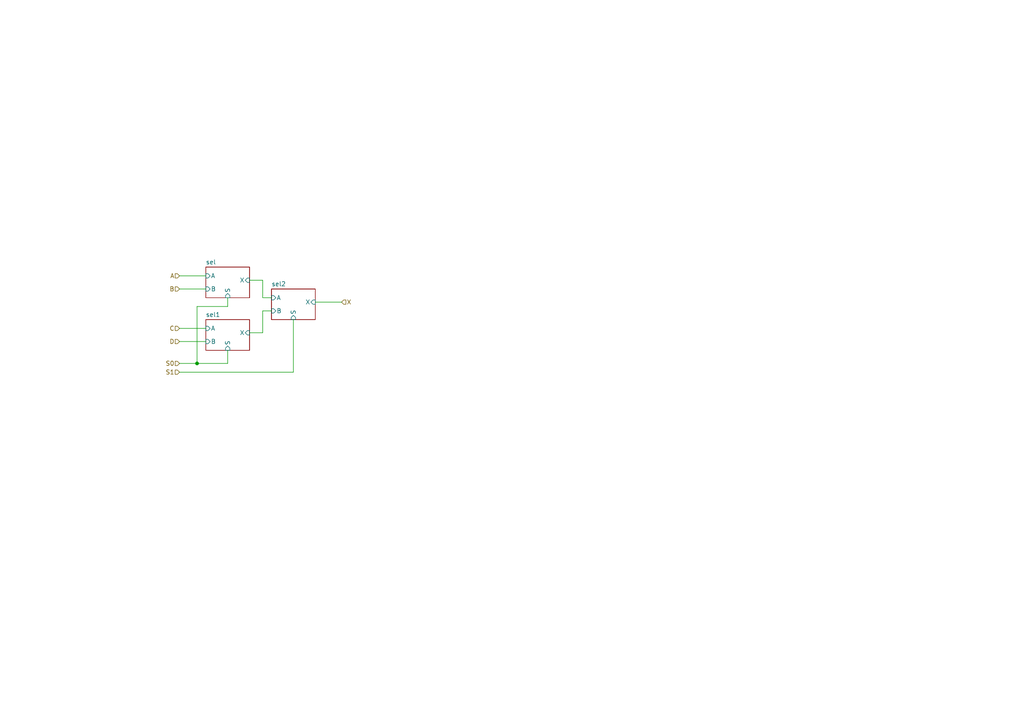
<source format=kicad_sch>
(kicad_sch (version 20211123) (generator eeschema)
  (paper "A4")
  (lib_symbols)
  (junction (at 57.15 105.41))
  (wire (pts (xy 57.15 105.41) (xy 66.04 105.41)))
  (wire (pts (xy 78.74 90.17) (xy 76.2 90.17)))
  (wire (pts (xy 78.74 86.36) (xy 76.2 86.36)))
  (wire (pts (xy 91.44 87.63) (xy 99.06 87.63)))
  (wire (pts (xy 66.04 88.9) (xy 57.15 88.9)))
  (wire (pts (xy 66.04 105.41) (xy 66.04 101.6)))
  (wire (pts (xy 52.07 95.25) (xy 59.69 95.25)))
  (wire (pts (xy 76.2 90.17) (xy 76.2 96.52)))
  (wire (pts (xy 52.07 99.06) (xy 59.69 99.06)))
  (wire (pts (xy 52.07 83.82) (xy 59.69 83.82)))
  (wire (pts (xy 52.07 107.95) (xy 85.09 107.95)))
  (wire (pts (xy 52.07 80.01) (xy 59.69 80.01)))
  (wire (pts (xy 85.09 107.95) (xy 85.09 92.71)))
  (wire (pts (xy 66.04 86.36) (xy 66.04 88.9)))
  (wire (pts (xy 57.15 88.9) (xy 57.15 105.41)))
  (wire (pts (xy 76.2 86.36) (xy 76.2 81.28)))
  (wire (pts (xy 76.2 81.28) (xy 72.39 81.28)))
  (wire (pts (xy 72.39 96.52) (xy 76.2 96.52)))
  (wire (pts (xy 52.07 105.41) (xy 57.15 105.41)))
  (hierarchical_label "S0" (shape input) (at 52.07 105.41 180))
  (hierarchical_label "S1" (shape input) (at 52.07 107.95 180))
  (hierarchical_label "A" (shape input) (at 52.07 80.01 180))
  (hierarchical_label "D" (shape input) (at 52.07 99.06 180))
  (hierarchical_label "C" (shape input) (at 52.07 95.25 180))
  (hierarchical_label "X" (shape input) (at 99.06 87.63 0))
  (hierarchical_label "B" (shape input) (at 52.07 83.82 180))
  (sheet (at 59.69 77.47) (size 12.7 8.89) (stroke (width 0.1524))
    (property "Sheet name" "sel" (at 59.69 76.7584 0) (effects (justify left bottom)))
    (property "Sheet file" "sel.kicad_sch" (effects hide))
    (pin "X" input (at 72.39 81.28 0))
    (pin "S" input (at 66.04 86.36 270))
    (pin "A" input (at 59.69 80.01 180))
    (pin "B" input (at 59.69 83.82 180))
  )
  (sheet (at 59.69 92.71) (size 12.7 8.89) (stroke (width 0.1524))
    (property "Sheet name" "sel1" (at 59.69 91.9984 0) (effects (justify left bottom)))
    (property "Sheet file" "sel.kicad_sch" (effects hide))
    (pin "X" input (at 72.39 96.52 0))
    (pin "S" input (at 66.04 101.6 270))
    (pin "A" input (at 59.69 95.25 180))
    (pin "B" input (at 59.69 99.06 180))
  )
  (sheet (at 78.74 83.82) (size 12.7 8.89) (stroke (width 0.1524))
    (property "Sheet name" "sel2" (at 78.74 83.1084 0) (effects (justify left bottom)))
    (property "Sheet file" "sel.kicad_sch" (effects hide))
    (pin "X" input (at 91.44 87.63 0))
    (pin "S" input (at 85.09 92.71 270))
    (pin "A" input (at 78.74 86.36 180))
    (pin "B" input (at 78.74 90.17 180))
  )
)
</source>
